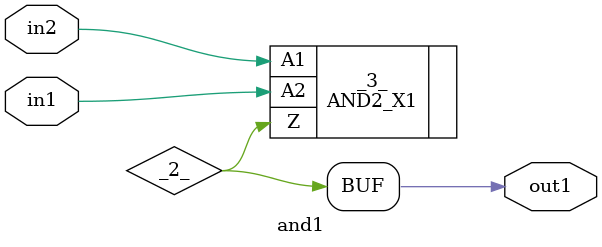
<source format=v>
/* Generated by Yosys 0.9 (git sha1 1979e0b) */

(* top =  1  *)
(* src = "and1.v:1" *)
module and1(in1, in2, out1);
  (* src = "and1.v:2" *)
  wire _0_;
  (* src = "and1.v:3" *)
  wire _1_;
  (* src = "and1.v:4" *)
  wire _2_;
  (* src = "and1.v:2" *)
  input in1;
  (* src = "and1.v:3" *)
  input in2;
  (* src = "and1.v:4" *)
  output out1;
  AND2_X1 _3_ (
    .A1(_1_),
    .A2(_0_),
    .Z(_2_)
  );
  assign _1_ = in2;
  assign _0_ = in1;
  assign out1 = _2_;
endmodule

</source>
